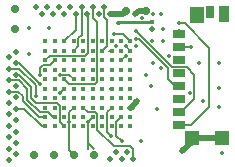
<source format=gbr>
G04 #@! TF.GenerationSoftware,KiCad,Pcbnew,(5.1.0)-1*
G04 #@! TF.CreationDate,2019-07-29T23:07:26-07:00*
G04 #@! TF.ProjectId,WireFreeV4_Release,57697265-4672-4656-9556-345f52656c65,rev?*
G04 #@! TF.SameCoordinates,Original*
G04 #@! TF.FileFunction,Copper,L1,Top*
G04 #@! TF.FilePolarity,Positive*
%FSLAX46Y46*%
G04 Gerber Fmt 4.6, Leading zero omitted, Abs format (unit mm)*
G04 Created by KiCad (PCBNEW (5.1.0)-1) date 2019-07-29 23:07:26*
%MOMM*%
%LPD*%
G04 APERTURE LIST*
%ADD10C,0.700000*%
%ADD11R,0.340000X0.310000*%
%ADD12C,0.370000*%
%ADD13C,0.508000*%
%ADD14R,0.900000X1.400000*%
%ADD15R,0.700000X1.000000*%
%ADD16R,1.200000X1.450000*%
%ADD17R,1.000000X0.700000*%
%ADD18R,1.200000X1.150000*%
%ADD19C,0.355600*%
%ADD20C,0.508000*%
%ADD21C,0.152400*%
%ADD22C,0.254000*%
G04 APERTURE END LIST*
D10*
X142538579Y-85249261D03*
X140838579Y-85249261D03*
X134717439Y-97448819D03*
X138140000Y-97430000D03*
X136417439Y-97428819D03*
X133050000Y-97440000D03*
X131430000Y-85080000D03*
X131448039Y-86812839D03*
D11*
X143010000Y-86770000D03*
X143010000Y-86220000D03*
D12*
X134018900Y-95034720D03*
X134018900Y-94234720D03*
X134018900Y-93434720D03*
X134018900Y-92634720D03*
X134018900Y-91834720D03*
X134018900Y-91034720D03*
X134018900Y-90234720D03*
X134018900Y-89434720D03*
X134018900Y-88634720D03*
X134018900Y-87834720D03*
X134818900Y-95034720D03*
X134818900Y-94234720D03*
X134818900Y-93434720D03*
X134818900Y-92634720D03*
X134818900Y-91834720D03*
X134818900Y-91034720D03*
X134818900Y-90234720D03*
X134818900Y-89434720D03*
X134818900Y-88634720D03*
X134818900Y-87834720D03*
X135618900Y-95034720D03*
X135618900Y-94234720D03*
X135618900Y-93434720D03*
X135618900Y-92634720D03*
X135618900Y-91834720D03*
X135618900Y-91034720D03*
X135618900Y-90234720D03*
X135618900Y-89434720D03*
X135618900Y-88634720D03*
X135618900Y-87834720D03*
X136418900Y-95034720D03*
X136418900Y-94234720D03*
X136418900Y-93434720D03*
X136418900Y-92634720D03*
X136418900Y-91834720D03*
X136418900Y-91034720D03*
X136418900Y-90234720D03*
X136418900Y-89434720D03*
X136418900Y-88634720D03*
X136418900Y-87834720D03*
X137218900Y-95034720D03*
X137218900Y-94234720D03*
X137218900Y-93434720D03*
X137218900Y-92634720D03*
X137218900Y-91834720D03*
X137218900Y-91034720D03*
X137218900Y-90234720D03*
X137218900Y-89434720D03*
X137218900Y-88634720D03*
X137218900Y-87834720D03*
X138018900Y-95034720D03*
X138018900Y-94234720D03*
X138018900Y-93434720D03*
X138018900Y-92634720D03*
X138018900Y-91834720D03*
X138018900Y-91034720D03*
X138018900Y-90234720D03*
X138018900Y-89434720D03*
X138018900Y-88634720D03*
X138018900Y-87834720D03*
X138818900Y-95034720D03*
X138818900Y-94234720D03*
X138818900Y-93434720D03*
X138818900Y-92634720D03*
X138818900Y-91834720D03*
X138818900Y-91034720D03*
X138818900Y-90234720D03*
X138818900Y-89434720D03*
X138818900Y-88634720D03*
X138818900Y-87834720D03*
X139618900Y-95034720D03*
X139618900Y-94234720D03*
X139618900Y-93434720D03*
X139618900Y-92634720D03*
X139618900Y-91834720D03*
X139618900Y-91034720D03*
X139618900Y-90234720D03*
X139618900Y-89434720D03*
X139618900Y-88634720D03*
X139618900Y-87834720D03*
X140418900Y-95034720D03*
X140418900Y-94234720D03*
X140418900Y-93434720D03*
X140418900Y-92634720D03*
X140418900Y-91834720D03*
X140418900Y-91034720D03*
X140418900Y-90234720D03*
X140418900Y-89434720D03*
X140418900Y-88634720D03*
X140418900Y-87834720D03*
X141218900Y-95034720D03*
X141218900Y-94234720D03*
X141218900Y-93434720D03*
X141218900Y-92634720D03*
X141218900Y-91834720D03*
X141218900Y-91034720D03*
X141218900Y-90234720D03*
X141218900Y-89434720D03*
X141218900Y-88634720D03*
X141218900Y-87834720D03*
D13*
X133222325Y-84909120D03*
X133704924Y-85518720D03*
X134187524Y-84909120D03*
X134670123Y-85518720D03*
X135152723Y-84909120D03*
X135635322Y-85518720D03*
X136117922Y-84909120D03*
X136600521Y-85518720D03*
X137083121Y-84909120D03*
X137565720Y-85518720D03*
X138048320Y-84909120D03*
X138530919Y-85518720D03*
X139013519Y-84909120D03*
X139496118Y-85518720D03*
X130903360Y-97872919D03*
X131512960Y-97390320D03*
X130903360Y-96907720D03*
X131512960Y-96425121D03*
X130903360Y-95942521D03*
X131512960Y-95459922D03*
X130903360Y-94977322D03*
X131512960Y-94494723D03*
X130903360Y-94012123D03*
X131512960Y-93529524D03*
X130903360Y-93046924D03*
X131512960Y-92564325D03*
X130903360Y-92081725D03*
X131512960Y-91599126D03*
X130903360Y-91116526D03*
X131512960Y-90633927D03*
X130903360Y-90151327D03*
X131512960Y-89668728D03*
X130903360Y-89186128D03*
X131512960Y-88703529D03*
D14*
X149138960Y-85548840D03*
D15*
X147988960Y-85348840D03*
D16*
X146838960Y-85573840D03*
D17*
X145348960Y-87198840D03*
X145348960Y-88298840D03*
X145348960Y-93798840D03*
X145348960Y-92698840D03*
X145348960Y-89398840D03*
X145348960Y-90498840D03*
X145348960Y-91598840D03*
X145348960Y-94898840D03*
D18*
X146398960Y-95973840D03*
X148988960Y-95973840D03*
D13*
X141432399Y-97797540D03*
X140949800Y-97187940D03*
X140467200Y-97797540D03*
X139984601Y-97187940D03*
X139502001Y-97797540D03*
D19*
X139500000Y-85520000D03*
X133220000Y-84920000D03*
X130900980Y-97876440D03*
X139618720Y-88633300D03*
X139618720Y-89435940D03*
X139618720Y-90236040D03*
X138818620Y-90236040D03*
X138018520Y-90236040D03*
X137218420Y-89435940D03*
X137218420Y-90236040D03*
X137218420Y-91036140D03*
X138018520Y-91036140D03*
X138018520Y-92636340D03*
X136418320Y-92636340D03*
X136418320Y-91836240D03*
X138018520Y-91833700D03*
X133707460Y-85523800D03*
X138536000Y-85518720D03*
X131512960Y-88703529D03*
X134717439Y-97448819D03*
X132649860Y-86733200D03*
X148699220Y-91770620D03*
X148700000Y-89680000D03*
X143970000Y-86810000D03*
X143970000Y-87760000D03*
X143020000Y-87760000D03*
X141700000Y-88260000D03*
X141630000Y-85550000D03*
X142946120Y-91646580D03*
X145348960Y-92698840D03*
X146838960Y-85573840D03*
X137218420Y-91836240D03*
X145600000Y-97140000D03*
X139984601Y-97187940D03*
X141800000Y-92860000D03*
X140030000Y-88260000D03*
X138818620Y-89435940D03*
X143020000Y-86810000D03*
X139507080Y-97805160D03*
X130900820Y-89183580D03*
X131512960Y-97392860D03*
X130905900Y-96907720D03*
X147060000Y-89680000D03*
X147340000Y-92910000D03*
X139618720Y-91033600D03*
X133050000Y-97440000D03*
X131448039Y-86812839D03*
X148699220Y-93410620D03*
X143170000Y-85490000D03*
X148950000Y-97300000D03*
X146300000Y-92190000D03*
X143150000Y-89650000D03*
X131430000Y-85080000D03*
X142079000Y-96248220D03*
X140160000Y-86310000D03*
X143460000Y-93580000D03*
X145348957Y-90498843D03*
X140820000Y-88230000D03*
X134349860Y-86733200D03*
X132649860Y-88933200D03*
X139840000Y-87200000D03*
X140820000Y-89030000D03*
X138816760Y-92633800D03*
X138818900Y-91834720D03*
X139615500Y-91836240D03*
X139580000Y-95820000D03*
X140949800Y-97187940D03*
X140470000Y-96260000D03*
X140467200Y-97797540D03*
X145290000Y-86960000D03*
X146340000Y-88290000D03*
X141700000Y-86960000D03*
X145348960Y-89398840D03*
X141700000Y-87610000D03*
X145290000Y-86310000D03*
X136029700Y-94645480D03*
X137624820Y-94625160D03*
X131512960Y-95459922D03*
X134818900Y-87834720D03*
X130903360Y-94977322D03*
X135219440Y-92234180D03*
X130903360Y-93046924D03*
X135214360Y-90634820D03*
X134818900Y-93434720D03*
X131512960Y-92564325D03*
X131512960Y-91599126D03*
X133576054Y-90665300D03*
X130903360Y-90151327D03*
X135618900Y-94234720D03*
X133207750Y-92456000D03*
X137218900Y-94234720D03*
X131512960Y-89668728D03*
X133578600Y-91439966D03*
X135618900Y-89434720D03*
X134187524Y-84909120D03*
X134818900Y-90234720D03*
X135635322Y-85518720D03*
X138018900Y-88634720D03*
X136117922Y-84909120D03*
X135618900Y-92634720D03*
X142530000Y-90700000D03*
X141218900Y-94234720D03*
X143830002Y-90080000D03*
X135618900Y-93434720D03*
X144470000Y-89080000D03*
X134018900Y-93434720D03*
X143820000Y-85490000D03*
X141218900Y-92634720D03*
X139618900Y-92634720D03*
X142180000Y-85820000D03*
D20*
X146398960Y-95973840D02*
X148988960Y-95973840D01*
X146398960Y-95973840D02*
X146398960Y-96341040D01*
X146398960Y-96341040D02*
X145600000Y-97140000D01*
X141930739Y-85249261D02*
X141630000Y-85550000D01*
X142538579Y-85249261D02*
X141930739Y-85249261D01*
X141225280Y-93434720D02*
X141800000Y-92860000D01*
X141218900Y-93434720D02*
X141225280Y-93434720D01*
X143010000Y-86800000D02*
X143020000Y-86810000D01*
X143010000Y-86770000D02*
X143010000Y-86800000D01*
X140567840Y-85520000D02*
X140838579Y-85249261D01*
X139500000Y-85520000D02*
X140567840Y-85520000D01*
D21*
X139615060Y-88629640D02*
X139618720Y-88633300D01*
X139367440Y-88629640D02*
X139615060Y-88629640D01*
X145348960Y-90498840D02*
X145348957Y-90498843D01*
D22*
X140250000Y-86220000D02*
X140160000Y-86310000D01*
X143010000Y-86220000D02*
X140250000Y-86220000D01*
D21*
X141218900Y-88634720D02*
X141218900Y-88628900D01*
X141218900Y-88628900D02*
X140820000Y-88230000D01*
X141218900Y-87834720D02*
X140584180Y-87200000D01*
X140091447Y-87200000D02*
X139840000Y-87200000D01*
X140584180Y-87200000D02*
X140091447Y-87200000D01*
X140418900Y-89434720D02*
X140418900Y-89431100D01*
X140418900Y-89431100D02*
X140820000Y-89030000D01*
X141432960Y-97796979D02*
X141432399Y-97797540D01*
X141439340Y-97796979D02*
X141432960Y-97796979D01*
X141432399Y-97797540D02*
X141439340Y-97790599D01*
X141432399Y-97438330D02*
X141432399Y-97797540D01*
X141432399Y-96971999D02*
X141432399Y-97438330D01*
X141140400Y-96680000D02*
X141432399Y-96971999D01*
X137622770Y-93838590D02*
X138236887Y-93838590D01*
X137218900Y-93434720D02*
X137622770Y-93838590D01*
X138236887Y-93838590D02*
X138414659Y-94016362D01*
X138414659Y-94016362D02*
X138414659Y-95294659D01*
X138414659Y-95294659D02*
X139800000Y-96680000D01*
X139800000Y-96680000D02*
X141140400Y-96680000D01*
X139223590Y-93830030D02*
X139223590Y-95406370D01*
X139618900Y-93434720D02*
X139223590Y-93830030D01*
X139223590Y-95406370D02*
X139223590Y-95463590D01*
X139223590Y-95463590D02*
X139580000Y-95820000D01*
X140418900Y-94234720D02*
X140017523Y-94636097D01*
X140017523Y-94636097D02*
X140017523Y-95216957D01*
X140017523Y-95216957D02*
X140017523Y-95807523D01*
X140017523Y-95807523D02*
X140470000Y-96260000D01*
X145348960Y-87018960D02*
X145290000Y-86960000D01*
X145348960Y-87198840D02*
X145348960Y-87018960D01*
X145357800Y-88290000D02*
X145348960Y-88298840D01*
X146340000Y-88290000D02*
X145357800Y-88290000D01*
X145498960Y-93798840D02*
X145348960Y-93798840D01*
X146630201Y-92667599D02*
X145498960Y-93798840D01*
X146630201Y-90655759D02*
X146630201Y-92667599D01*
X145970881Y-89996439D02*
X146630201Y-90655759D01*
X144767741Y-89996439D02*
X145970881Y-89996439D01*
X141731302Y-86960000D02*
X144767741Y-89996439D01*
X141700000Y-86960000D02*
X141731302Y-86960000D01*
X145008840Y-91598840D02*
X145348960Y-91598840D01*
X144410000Y-91000000D02*
X145008840Y-91598840D01*
X144410000Y-90110000D02*
X144410000Y-91000000D01*
X141700000Y-87610000D02*
X141910000Y-87610000D01*
X141910000Y-87610000D02*
X144410000Y-90110000D01*
X146361160Y-94898840D02*
X145348960Y-94898840D01*
X147860000Y-93400000D02*
X146361160Y-94898840D01*
X147860000Y-88357600D02*
X147860000Y-93400000D01*
X145290000Y-86310000D02*
X145812400Y-86310000D01*
X145812400Y-86310000D02*
X147860000Y-88357600D01*
X136029700Y-93823920D02*
X136029700Y-94645480D01*
X136418900Y-93434720D02*
X136029700Y-93823920D01*
X136029700Y-94896927D02*
X136029700Y-94645480D01*
X136417439Y-97428819D02*
X136029700Y-97041080D01*
X136029700Y-97041080D02*
X136029700Y-94896927D01*
X138018900Y-94234720D02*
X138015260Y-94234720D01*
X138015260Y-94234720D02*
X137624820Y-94625160D01*
X137604820Y-96424820D02*
X138120000Y-96940000D01*
X137624820Y-94625160D02*
X137624820Y-96914820D01*
X135219440Y-92234180D02*
X135618900Y-91834720D01*
X132239124Y-93529524D02*
X131512960Y-93529524D01*
X134018900Y-95034720D02*
X133744320Y-95034720D01*
X133744320Y-95034720D02*
X132239124Y-93529524D01*
X136418900Y-91034720D02*
X136019000Y-90634820D01*
X136019000Y-90634820D02*
X135214360Y-90634820D01*
X131733665Y-92081725D02*
X130903360Y-92081725D01*
X132120640Y-92468700D02*
X131733665Y-92081725D01*
X132120640Y-92915740D02*
X132120640Y-92468700D01*
X134018900Y-94234720D02*
X133439620Y-94234720D01*
X133439620Y-94234720D02*
X132120640Y-92915740D01*
X134818900Y-89434720D02*
X134418323Y-89835297D01*
X134418323Y-89835297D02*
X133813988Y-89835297D01*
X133576054Y-90413853D02*
X133576054Y-90665300D01*
X133576054Y-90073231D02*
X133576054Y-90413853D01*
X133813988Y-89835297D02*
X133576054Y-90073231D01*
X134633420Y-94234720D02*
X134233570Y-93834870D01*
X134818900Y-94234720D02*
X134633420Y-94234720D01*
X131262570Y-91116526D02*
X130903360Y-91116526D01*
X134233570Y-93834870D02*
X133540575Y-93834870D01*
X131759066Y-91116526D02*
X131262570Y-91116526D01*
X133540575Y-93834870D02*
X132463540Y-92757835D01*
X132463540Y-92757835D02*
X132463540Y-91821000D01*
X132463540Y-91821000D02*
X131759066Y-91116526D01*
X131784622Y-90633927D02*
X131512960Y-90633927D01*
X132812662Y-91661967D02*
X131784622Y-90633927D01*
X135222291Y-94638111D02*
X135222291Y-93264031D01*
X135618900Y-95034720D02*
X135222291Y-94638111D01*
X135222291Y-93264031D02*
X134996079Y-93037819D01*
X134996079Y-93037819D02*
X133234529Y-93037819D01*
X133234529Y-93037819D02*
X132812662Y-92615952D01*
X132812662Y-92615952D02*
X132812662Y-91661967D01*
X133207750Y-91559383D02*
X133207750Y-92204553D01*
X130903360Y-90151327D02*
X131799694Y-90151327D01*
X133207750Y-92204553D02*
X133207750Y-92456000D01*
X131799694Y-90151327D02*
X133207750Y-91559383D01*
X131807362Y-89668728D02*
X133578600Y-91439966D01*
X131512960Y-89668728D02*
X131807362Y-89668728D01*
X135635322Y-85518720D02*
X135635322Y-85480718D01*
X136600521Y-86853099D02*
X136600521Y-85518720D01*
X135618900Y-87834720D02*
X136600521Y-86853099D01*
X137083121Y-85268330D02*
X137083121Y-84909120D01*
X137083121Y-87285239D02*
X137083121Y-85268330D01*
X136820791Y-87547569D02*
X137083121Y-87285239D01*
X136418900Y-88634720D02*
X136820791Y-88232829D01*
X136820791Y-88232829D02*
X136820791Y-87547569D01*
X137611885Y-85564885D02*
X137565720Y-85518720D01*
X137611885Y-88822745D02*
X137611885Y-85564885D01*
X137403426Y-89031204D02*
X137611885Y-88822745D01*
X134018900Y-89434720D02*
X134422416Y-89031204D01*
X134422416Y-89031204D02*
X137403426Y-89031204D01*
X138048320Y-85268330D02*
X138048320Y-84909120D01*
X135618900Y-91034720D02*
X136014953Y-91430773D01*
X136014953Y-91430773D02*
X138225044Y-91430773D01*
X138225044Y-91430773D02*
X138419140Y-91236677D01*
X138419140Y-91236677D02*
X138419140Y-86191660D01*
X138419140Y-86191660D02*
X138048320Y-85820840D01*
X138048320Y-85820840D02*
X138048320Y-85268330D01*
X139013519Y-85268330D02*
X139013519Y-84909120D01*
X139013519Y-85782739D02*
X139013519Y-85268330D01*
X139213130Y-85982350D02*
X139013519Y-85782739D01*
X138818900Y-88634720D02*
X139213130Y-88240490D01*
X139213130Y-88240490D02*
X139213130Y-85982350D01*
M02*

</source>
